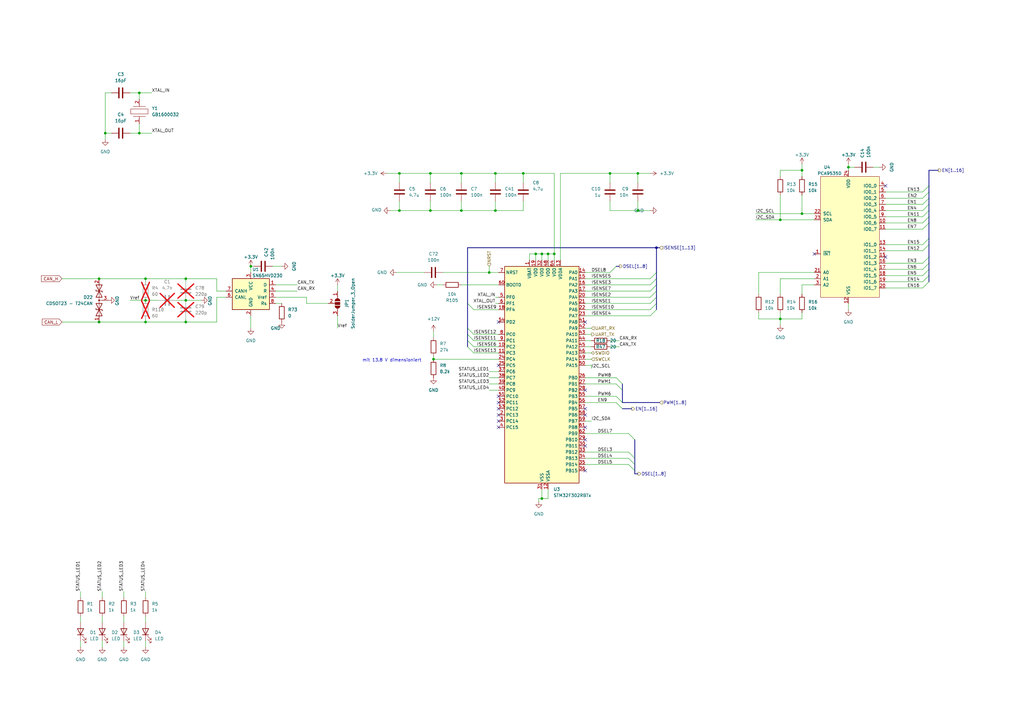
<source format=kicad_sch>
(kicad_sch (version 20231120) (generator "eeschema") (generator_version "8.0")
  (paper "A3")
  (title_block (title "PDU FT24") (company "Nived Jayaprakash Nambiar ") (comment 1 "FasTTUBe Electronics"))
  (lib_symbols
    (symbol "Device:C" (pin_numbers hide) (pin_names (offset 0.254))
      (property "Reference" "C" (at 0.635 2.54 0))
      (property "Value" "C" (at 0.635 -2.54 0))
      (symbol "C_0_1"
        (polyline (pts (xy -2.032 -0.762) (xy 2.032 -0.762)) (stroke (width 0.508)))
        (polyline (pts (xy -2.032 0.762) (xy 2.032 0.762)) (stroke (width 0.508)))
      )
      (symbol "C_1_1"
        (pin passive line (at 0 3.81 270) (length 2.794) (name "~") (number "1"))
        (pin passive line (at 0 -3.81 90) (length 2.794) (name "~") (number "2"))
      )
    )
    (symbol "Device:D_TVS_Dual_AAC" (pin_names (offset 1.016) hide)
      (property "Reference" "D" (at 0 4.445 0))
      (property "Value" "D_TVS_Dual_AAC" (at 0 2.54 0))
      (symbol "D_TVS_Dual_AAC_0_0"
        (polyline (pts (xy 0 -1.27) (xy 0 0)))
      )
      (symbol "D_TVS_Dual_AAC_0_1"
        (polyline (pts (xy -6.35 0) (xy 6.35 0)))
        (polyline (pts (xy -3.302 1.27) (xy -3.81 1.27) (xy -3.81 -1.27) (xy -4.318 -1.27)) (stroke (width 0.254)))
        (polyline (pts (xy 4.318 1.27) (xy 3.81 1.27) (xy 3.81 -1.27) (xy 3.302 -1.27)) (stroke (width 0.254)))
        (polyline (pts (xy -6.35 1.27) (xy -1.27 -1.27) (xy -1.27 1.27) (xy -6.35 -1.27) (xy -6.35 1.27)) (stroke (width 0.254)))
        (polyline (pts (xy 6.35 1.27) (xy 1.27 -1.27) (xy 1.27 1.27) (xy 6.35 -1.27) (xy 6.35 1.27)) (stroke (width 0.254)))
        (circle (center 0 0) (radius 0.254) (fill (type outline)))
      )
      (symbol "D_TVS_Dual_AAC_1_1"
        (pin passive line (at -8.89 0 0) (length 2.54) (name "A1") (number "1"))
        (pin passive line (at 8.89 0 180) (length 2.54) (name "A2") (number "2"))
        (pin input line (at 0 -3.81 90) (length 2.54) (name "common") (number "3"))
      )
    )
    (symbol "Device:LED" (pin_numbers hide) (pin_names (offset 1.016) hide)
      (property "Reference" "D" (at 0 2.54 0))
      (property "Value" "LED" (at 0 -2.54 0))
      (symbol "LED_0_1"
        (polyline (pts (xy -1.27 -1.27) (xy -1.27 1.27)) (stroke (width 0.254)))
        (polyline (pts (xy -1.27 0) (xy 1.27 0)))
        (polyline (pts (xy 1.27 -1.27) (xy 1.27 1.27) (xy -1.27 0) (xy 1.27 -1.27)) (stroke (width 0.254)))
        (polyline (pts (xy -3.048 -0.762) (xy -4.572 -2.286) (xy -3.81 -2.286) (xy -4.572 -2.286) (xy -4.572 -1.524)))
        (polyline (pts (xy -1.778 -0.762) (xy -3.302 -2.286) (xy -2.54 -2.286) (xy -3.302 -2.286) (xy -3.302 -1.524)))
      )
      (symbol "LED_1_1"
        (pin passive line (at -3.81 0 0) (length 2.54) (name "K") (number "1"))
        (pin passive line (at 3.81 0 180) (length 2.54) (name "A") (number "2"))
      )
    )
    (symbol "Device:R" (pin_numbers hide) (pin_names (offset 0))
      (property "Reference" "R" (at 2.032 0 90))
      (property "Value" "R" (at 0 0 90))
      (symbol "R_0_1"
        (rectangle (start -1.016 -2.54) (end 1.016 2.54) (stroke (width 0.254)))
      )
      (symbol "R_1_1"
        (pin passive line (at 0 3.81 270) (length 1.27) (name "~") (number "1"))
        (pin passive line (at 0 -3.81 90) (length 1.27) (name "~") (number "2"))
      )
    )
    (symbol "GB1600032:GB1600032" (pin_names (offset 0.762))
      (property "Reference" "Y" (at 8.89 6.35 0))
      (property "Value" "GB1600032" (at 8.89 3.81 0))
      (symbol "GB1600032_0_0"
        (pin passive line (at 0 0 0) (length 2.54) (name "~") (number "1"))
        (pin passive line (at 10.16 0 180) (length 2.54) (name "~") (number "2"))
      )
      (symbol "GB1600032_0_1"
        (polyline (pts (xy 3.048 0) (xy 2.54 0)) (stroke (width 0.1524)))
        (polyline (pts (xy 3.048 2.54) (xy 3.048 -2.54)) (stroke (width 0.1524)))
        (polyline (pts (xy 7.112 0) (xy 7.62 0)) (stroke (width 0.1524)))
        (polyline (pts (xy 7.112 2.54) (xy 7.112 -2.54)) (stroke (width 0.1524)))
        (polyline (pts (xy 4.064 3.556) (xy 4.064 -3.556) (xy 6.096 -3.556) (xy 6.096 3.556) (xy 4.064 3.556)) (stroke (width 0.1524)))
      )
    )
    (symbol "Interface_CAN_LIN:SN65HVD230" (pin_names (offset 1.016))
      (property "Reference" "U1" (at -0.5841 8.89 0))
      (property "Value" "SN65HVD230" (at -0.5841 6.35 0))
      (symbol "SN65HVD230_0_1"
        (rectangle (start -7.62 5.08) (end 7.62 -7.62) (stroke (width 0.254)) (fill (type background)))
      )
      (symbol "SN65HVD230_1_1"
        (pin input line (at -10.16 2.54 0) (length 2.54) (name "D") (number "1"))
        (pin power_out line (at 0 -10.16 90) (length 2.54) (name "GND") (number "2"))
        (pin power_in line (at 0 7.62 270) (length 2.54) (name "VCC") (number "3"))
        (pin output line (at -10.16 0 0) (length 2.54) (name "R") (number "4"))
        (pin output line (at -10.16 -2.54 0) (length 2.54) (name "Vref") (number "5"))
        (pin bidirectional line (at 10.16 -2.54 180) (length 2.54) (name "CANL") (number "6"))
        (pin bidirectional line (at 10.16 0 180) (length 2.54) (name "CANH") (number "7"))
        (pin input line (at -10.16 -5.08 0) (length 2.54) (name "Rs") (number "8"))
      )
    )
    (symbol "Jumper:SolderJumper_3_Open" (pin_names (offset 0) hide)
      (property "Reference" "JP" (at -2.54 -2.54 0))
      (property "Value" "SolderJumper_3_Open" (at 0 2.794 0))
      (symbol "SolderJumper_3_Open_0_1"
        (arc (start -1.016 1.016) (mid -2.0276 0) (end -1.016 -1.016))
        (arc (start -1.016 1.016) (mid -2.0276 0) (end -1.016 -1.016) (fill (type outline)))
        (rectangle (start -0.508 1.016) (end 0.508 -1.016) (fill (type outline)))
        (polyline (pts (xy -2.54 0) (xy -2.032 0)))
        (polyline (pts (xy -1.016 1.016) (xy -1.016 -1.016)))
        (polyline (pts (xy 0 -1.27) (xy 0 -1.016)))
        (polyline (pts (xy 1.016 1.016) (xy 1.016 -1.016)))
        (polyline (pts (xy 2.54 0) (xy 2.032 0)))
        (arc (start 1.016 -1.016) (mid 2.0276 0) (end 1.016 1.016))
        (arc (start 1.016 -1.016) (mid 2.0276 0) (end 1.016 1.016) (fill (type outline)))
      )
      (symbol "SolderJumper_3_Open_1_1"
        (pin passive line (at -5.08 0 0) (length 2.54) (name "A") (number "1"))
        (pin passive line (at 0 -3.81 90) (length 2.54) (name "C") (number "2"))
        (pin passive line (at 5.08 0 180) (length 2.54) (name "B") (number "3"))
      )
    )
    (symbol "MCU_ST_STM32F3:STM32F302RBTx"
      (property "Reference" "U3" (at 4.7341 -45.72 0))
      (property "Value" "STM32F302RBTx" (at 4.7341 -48.26 0))
      (symbol "STM32F302RBTx_0_1"
        (rectangle (start -15.24 45.72) (end 15.24 -43.18) (stroke (width 0.254)) (fill (type background)))
      )
      (symbol "STM32F302RBTx_1_1"
        (pin power_in line (at -5.08 48.26 270) (length 2.54) (name "VBAT") (number "1"))
        (pin bidirectional line (at -17.78 12.7 0) (length 2.54) (name "PC2") (number "10"))
        (pin bidirectional line (at -17.78 10.16 0) (length 2.54) (name "PC3") (number "11"))
        (pin power_in line (at 2.54 -45.72 90) (length 2.54) (name "VSSA") (number "12"))
        (pin power_in line (at 7.62 48.26 270) (length 2.54) (name "VDDA") (number "13"))
        (pin bidirectional line (at 17.78 43.18 180) (length 2.54) (name "PA0") (number "14"))
        (pin bidirectional line (at 17.78 40.64 180) (length 2.54) (name "PA1") (number "15"))
        (pin bidirectional line (at 17.78 38.1 180) (length 2.54) (name "PA2") (number "16"))
        (pin bidirectional line (at 17.78 35.56 180) (length 2.54) (name "PA3") (number "17"))
        (pin bidirectional line (at -17.78 27.94 0) (length 2.54) (name "PF4") (number "18"))
        (pin power_in line (at -2.54 48.26 270) (length 2.54) (name "VDD") (number "19"))
        (pin bidirectional line (at -17.78 -15.24 0) (length 2.54) (name "PC13") (number "2"))
        (pin bidirectional line (at 17.78 33.02 180) (length 2.54) (name "PA4") (number "20"))
        (pin bidirectional line (at 17.78 30.48 180) (length 2.54) (name "PA5") (number "21"))
        (pin bidirectional line (at 17.78 27.94 180) (length 2.54) (name "PA6") (number "22"))
        (pin bidirectional line (at 17.78 25.4 180) (length 2.54) (name "PA7") (number "23"))
        (pin bidirectional line (at -17.78 7.62 0) (length 2.54) (name "PC4") (number "24"))
        (pin bidirectional line (at -17.78 5.08 0) (length 2.54) (name "PC5") (number "25"))
        (pin bidirectional line (at 17.78 0 180) (length 2.54) (name "PB0") (number "26"))
        (pin bidirectional line (at 17.78 -2.54 180) (length 2.54) (name "PB1") (number "27"))
        (pin bidirectional line (at 17.78 -5.08 180) (length 2.54) (name "PB2") (number "28"))
        (pin bidirectional line (at 17.78 -25.4 180) (length 2.54) (name "PB10") (number "29"))
        (pin bidirectional line (at -17.78 -17.78 0) (length 2.54) (name "PC14") (number "3"))
        (pin bidirectional line (at 17.78 -27.94 180) (length 2.54) (name "PB11") (number "30"))
        (pin input line (at 0 -45.72 90) (length 2.54) (name "VSS") (number "31"))
        (pin power_in line (at 0 48.26 270) (length 2.54) (name "VDD") (number "32"))
        (pin bidirectional line (at 17.78 -30.48 180) (length 2.54) (name "PB12") (number "33"))
        (pin bidirectional line (at 17.78 -33.02 180) (length 2.54) (name "PB13") (number "34"))
        (pin bidirectional line (at 17.78 -35.56 180) (length 2.54) (name "PB14") (number "35"))
        (pin bidirectional line (at 17.78 -38.1 180) (length 2.54) (name "PB15") (number "36"))
        (pin bidirectional line (at -17.78 2.54 0) (length 2.54) (name "PC6") (number "37"))
        (pin bidirectional line (at -17.78 0 0) (length 2.54) (name "PC7") (number "38"))
        (pin bidirectional line (at -17.78 -2.54 0) (length 2.54) (name "PC8") (number "39"))
        (pin bidirectional line (at -17.78 -20.32 0) (length 2.54) (name "PC15") (number "4"))
        (pin bidirectional line (at -17.78 -5.08 0) (length 2.54) (name "PC9") (number "40"))
        (pin bidirectional line (at 17.78 22.86 180) (length 2.54) (name "PA8") (number "41"))
        (pin bidirectional line (at 17.78 20.32 180) (length 2.54) (name "PA9") (number "42"))
        (pin bidirectional line (at 17.78 17.78 180) (length 2.54) (name "PA10") (number "43"))
        (pin bidirectional line (at 17.78 15.24 180) (length 2.54) (name "PA11") (number "44"))
        (pin bidirectional line (at 17.78 12.7 180) (length 2.54) (name "PA12") (number "45"))
        (pin bidirectional line (at 17.78 10.16 180) (length 2.54) (name "PA13") (number "46"))
        (pin passive line (at 0 -45.72 90) (length 2.54) hide (name "VSS") (number "47"))
        (pin power_in line (at 2.54 48.26 270) (length 2.54) (name "VDD") (number "48"))
        (pin bidirectional line (at 17.78 7.62 180) (length 2.54) (name "PA14") (number "49"))
        (pin bidirectional line (at -17.78 33.02 0) (length 2.54) (name "PF0") (number "5"))
        (pin bidirectional line (at 17.78 5.08 180) (length 2.54) (name "PA15") (number "50"))
        (pin bidirectional line (at -17.78 -7.62 0) (length 2.54) (name "PC10") (number "51"))
        (pin bidirectional line (at -17.78 -10.16 0) (length 2.54) (name "PC11") (number "52"))
        (pin bidirectional line (at -17.78 -12.7 0) (length 2.54) (name "PC12") (number "53"))
        (pin bidirectional line (at -17.78 22.86 0) (length 2.54) (name "PD2") (number "54"))
        (pin bidirectional line (at 17.78 -7.62 180) (length 2.54) (name "PB3") (number "55"))
        (pin bidirectional line (at 17.78 -10.16 180) (length 2.54) (name "PB4") (number "56"))
        (pin bidirectional line (at 17.78 -12.7 180) (length 2.54) (name "PB5") (number "57"))
        (pin bidirectional line (at 17.78 -15.24 180) (length 2.54) (name "PB6") (number "58"))
        (pin bidirectional line (at 17.78 -17.78 180) (length 2.54) (name "PB7") (number "59"))
        (pin bidirectional line (at -17.78 30.48 0) (length 2.54) (name "PF1") (number "6"))
        (pin input line (at -17.78 38.1 0) (length 2.54) (name "BOOT0") (number "60"))
        (pin bidirectional line (at 17.78 -20.32 180) (length 2.54) (name "PB8") (number "61"))
        (pin bidirectional line (at 17.78 -22.86 180) (length 2.54) (name "PB9") (number "62"))
        (pin passive line (at 0 -45.72 90) (length 2.54) hide (name "VSS") (number "63"))
        (pin power_in line (at 5.08 48.26 270) (length 2.54) (name "VDD") (number "64"))
        (pin input line (at -17.78 43.18 0) (length 2.54) (name "NRST") (number "7"))
        (pin bidirectional line (at -17.78 17.78 0) (length 2.54) (name "PC0") (number "8"))
        (pin bidirectional line (at -17.78 15.24 0) (length 2.54) (name "PC1") (number "9"))
      )
    )
    (symbol "PCA9539:PCA9535D" (pin_names (offset 1.016))
      (property "Reference" "U4" (at -10.16 27.94 0))
      (property "Value" "PCA9535D" (at -12.7 25.4 0))
      (symbol "PCA9535D_0_1"
        (rectangle (start 12.7 24.13) (end -11.43 -25.4) (fill (type background)))
      )
      (symbol "PCA9535D_1_1"
        (pin open_collector line (at -13.97 -7.62 0) (length 2.54) (name "~{INT}") (number "1"))
        (pin bidirectional line (at 15.24 5.08 180) (length 2.54) (name "IO0_6") (number "10"))
        (pin bidirectional line (at 15.24 2.54 180) (length 2.54) (name "IO0_7") (number "11"))
        (pin input line (at 0 -27.94 90) (length 2.54) (name "VSS") (number "12"))
        (pin bidirectional line (at 15.24 -3.81 180) (length 2.54) (name "IO1_0") (number "13"))
        (pin bidirectional line (at 15.24 -6.35 180) (length 2.54) (name "IO1_1") (number "14"))
        (pin bidirectional line (at 15.24 -8.89 180) (length 2.54) (name "IO1_2") (number "15"))
        (pin bidirectional line (at 15.24 -11.43 180) (length 2.54) (name "IO1_3") (number "16"))
        (pin bidirectional line (at 15.24 -13.97 180) (length 2.54) (name "IO1_4") (number "17"))
        (pin bidirectional line (at 15.24 -16.51 180) (length 2.54) (name "IO1_5") (number "18"))
        (pin bidirectional line (at 15.24 -19.05 180) (length 2.54) (name "IO1_6") (number "19"))
        (pin input line (at -13.97 -17.78 0) (length 2.54) (name "A1") (number "2"))
        (pin bidirectional line (at 15.24 -21.59 180) (length 2.54) (name "IO1_7") (number "20"))
        (pin input line (at -13.97 -15.24 0) (length 2.54) (name "A0") (number "21"))
        (pin input line (at -13.97 8.89 0) (length 2.54) (name "SCL") (number "22"))
        (pin bidirectional line (at -13.97 6.35 0) (length 2.54) (name "SDA") (number "23"))
        (pin power_in line (at 0 26.67 270) (length 2.54) (name "VDD") (number "24"))
        (pin input line (at -13.97 -20.32 0) (length 2.54) (name "A2") (number "3"))
        (pin bidirectional line (at 15.24 20.32 180) (length 2.54) (name "IO0_0") (number "4"))
        (pin bidirectional line (at 15.24 17.78 180) (length 2.54) (name "IO0_1") (number "5"))
        (pin bidirectional line (at 15.24 15.24 180) (length 2.54) (name "IO0_2") (number "6"))
        (pin bidirectional line (at 15.24 12.7 180) (length 2.54) (name "IO0_3") (number "7"))
        (pin bidirectional line (at 15.24 10.16 180) (length 2.54) (name "IO0_4") (number "8"))
        (pin bidirectional line (at 15.24 7.62 180) (length 2.54) (name "IO0_5") (number "9"))
      )
    )
    (symbol "power:+12V" (power) (pin_names (offset 0))
      (property "Value" "+12V" (at 0 3.556 0))
      (symbol "+12V_0_1"
        (polyline (pts (xy -0.762 1.27) (xy 0 2.54)))
        (polyline (pts (xy 0 0) (xy 0 2.54)))
        (polyline (pts (xy 0 2.54) (xy 0.762 1.27)))
      )
      (symbol "+12V_1_1"
        (pin power_in line (at 0 0 90) (length 0) hide (name "+12V") (number "1"))
      )
    )
    (symbol "power:+3.3V" (power) (pin_names (offset 0))
      (property "Value" "+3.3V" (at 0 3.556 0))
      (symbol "+3.3V_0_1"
        (polyline (pts (xy -0.762 1.27) (xy 0 2.54)))
        (polyline (pts (xy 0 0) (xy 0 2.54)))
        (polyline (pts (xy 0 2.54) (xy 0.762 1.27)))
      )
      (symbol "+3.3V_1_1"
        (pin power_in line (at 0 0 90) (length 0) hide (name "+3.3V") (number "1"))
      )
    )
    (symbol "power:GND" (power) (pin_names (offset 0))
      (property "Value" "GND" (at 0 -3.81 0))
      (symbol "GND_0_1"
        (polyline (pts (xy 0 0) (xy 0 -1.27) (xy 1.27 -1.27) (xy 0 -2.54) (xy -1.27 -1.27) (xy 0 -1.27)))
      )
      (symbol "GND_1_1"
        (pin power_in line (at 0 0 270) (length 0) hide (name "GND") (number "1"))
      )
    )
  )
  (junction (at 57.15 38.1))
  (junction (at 163.83 71.12))
  (junction (at 40.64 114.3))
  (junction (at 76.2 114.3))
  (junction (at 76.2 132.08))
  (junction (at 269.24 101.6))
  (junction (at 347.98 68.58))
  (junction (at 59.69 123.19))
  (junction (at 320.04 90.17))
  (junction (at 222.25 204.47))
  (junction (at 224.79 104.14))
  (junction (at 261.62 86.36))
  (junction (at 189.23 71.12))
  (junction (at 163.83 86.36))
  (junction (at 250.19 71.12))
  (junction (at 176.53 71.12))
  (junction (at 57.15 54.61))
  (junction (at 328.93 87.63))
  (junction (at 227.33 104.14))
  (junction (at 59.69 114.3))
  (junction (at 219.71 104.14))
  (junction (at 189.23 86.36))
  (junction (at 43.18 54.61))
  (junction (at 177.8 147.32))
  (junction (at 200.66 111.76))
  (junction (at 320.04 130.81))
  (junction (at 214.63 71.12))
  (junction (at 176.53 86.36))
  (junction (at 102.87 109.22))
  (junction (at 59.69 132.08))
  (junction (at 328.93 69.85))
  (junction (at 40.64 132.08))
  (junction (at 76.2 123.19))
  (junction (at 261.62 71.12))
  (junction (at 222.25 104.14))
  (junction (at 203.2 86.36))
  (junction (at 203.2 71.12))
  (no_connect (at 240.03 132.08))
  (no_connect (at 240.03 167.64))
  (no_connect (at 240.03 160.02))
  (no_connect (at 240.03 180.34))
  (no_connect (at 204.47 167.64))
  (no_connect (at 204.47 162.56))
  (no_connect (at 204.47 132.08))
  (no_connect (at 240.03 170.18))
  (no_connect (at 363.22 76.2))
  (no_connect (at 204.47 149.86))
  (no_connect (at 240.03 175.26))
  (no_connect (at 204.47 172.72))
  (no_connect (at 240.03 193.04))
  (no_connect (at 204.47 175.26))
  (no_connect (at 240.03 182.88))
  (no_connect (at 363.22 105.41))
  (no_connect (at 204.47 165.1))
  (no_connect (at 204.47 170.18))
  (no_connect (at 334.01 104.14))
  (bus_entry (at 378.46 118.11) (size 2.54 -2.54))
  (bus_entry (at 257.81 177.8) (size 2.54 2.54))
  (bus_entry (at 252.73 165.1) (size 2.54 2.54))
  (bus_entry (at 266.7 116.84) (size 2.54 -2.54))
  (bus_entry (at 378.46 83.82) (size 2.54 -2.54))
  (bus_entry (at 194.31 137.16) (size -2.54 -2.54))
  (bus_entry (at 378.46 93.98) (size 2.54 -2.54))
  (bus_entry (at 378.46 91.44) (size 2.54 -2.54))
  (bus_entry (at 378.46 81.28) (size 2.54 -2.54))
  (bus_entry (at 266.7 124.46) (size 2.54 -2.54))
  (bus_entry (at 378.46 115.57) (size 2.54 -2.54))
  (bus_entry (at 252.73 162.56) (size 2.54 2.54))
  (bus_entry (at 266.7 114.3) (size 2.54 -2.54))
  (bus_entry (at 266.7 129.54) (size 2.54 -2.54))
  (bus_entry (at 266.7 119.38) (size 2.54 -2.54))
  (bus_entry (at 194.31 127) (size -2.54 -2.54))
  (bus_entry (at 378.46 78.74) (size 2.54 -2.54))
  (bus_entry (at 252.73 154.94) (size 2.54 2.54))
  (bus_entry (at 194.31 142.24) (size -2.54 -2.54))
  (bus_entry (at 378.46 110.49) (size 2.54 -2.54))
  (bus_entry (at 194.31 139.7) (size -2.54 -2.54))
  (bus_entry (at 257.81 185.42) (size 2.54 2.54))
  (bus_entry (at 194.31 144.78) (size -2.54 -2.54))
  (bus_entry (at 252.73 157.48) (size 2.54 2.54))
  (bus_entry (at 257.81 187.96) (size 2.54 2.54))
  (bus_entry (at 378.46 88.9) (size 2.54 -2.54))
  (bus_entry (at 378.46 86.36) (size 2.54 -2.54))
  (bus_entry (at 266.7 121.92) (size 2.54 -2.54))
  (bus_entry (at 378.46 100.33) (size 2.54 -2.54))
  (bus_entry (at 378.46 102.87) (size 2.54 -2.54))
  (bus_entry (at 378.46 107.95) (size 2.54 -2.54))
  (bus_entry (at 266.7 127) (size 2.54 -2.54))
  (bus_entry (at 250.19 111.76) (size 2.54 -2.54))
  (bus_entry (at 378.46 113.03) (size 2.54 -2.54))
  (bus_entry (at 257.81 190.5) (size 2.54 2.54))
  (wire (pts (xy 203.2 86.36) (xy 214.63 86.36)))
  (bus (pts (xy 191.77 124.46) (xy 191.77 134.62)))
  (wire (pts (xy 102.87 109.22) (xy 104.14 109.22)))
  (wire (pts (xy 92.71 119.38) (xy 88.9 119.38)))
  (wire (pts (xy 222.25 106.68) (xy 222.25 104.14)))
  (wire (pts (xy 53.34 123.19) (xy 59.69 123.19)))
  (wire (pts (xy 189.23 86.36) (xy 203.2 86.36)))
  (wire (pts (xy 113.03 119.38) (xy 121.92 119.38)))
  (wire (pts (xy 347.98 124.46) (xy 347.98 127)))
  (wire (pts (xy 177.8 147.32) (xy 204.47 147.32)))
  (wire (pts (xy 250.19 142.24) (xy 254 142.24)))
  (wire (pts (xy 217.17 104.14) (xy 219.71 104.14)))
  (wire (pts (xy 50.8 242.57) (xy 50.8 245.11)))
  (wire (pts (xy 53.34 38.1) (xy 57.15 38.1)))
  (wire (pts (xy 59.69 114.3) (xy 59.69 115.57)))
  (wire (pts (xy 358.14 68.58) (xy 360.68 68.58)))
  (wire (pts (xy 125.73 124.46) (xy 125.73 121.92)))
  (wire (pts (xy 163.83 86.36) (xy 176.53 86.36)))
  (wire (pts (xy 59.69 130.81) (xy 59.69 132.08)))
  (wire (pts (xy 176.53 71.12) (xy 189.23 71.12)))
  (wire (pts (xy 40.64 114.3) (xy 59.69 114.3)))
  (wire (pts (xy 320.04 130.81) (xy 320.04 128.27)))
  (wire (pts (xy 334.01 114.3) (xy 320.04 114.3)))
  (wire (pts (xy 113.03 124.46) (xy 115.57 124.46)))
  (wire (pts (xy 240.03 127) (xy 266.7 127)))
  (wire (pts (xy 57.15 40.64) (xy 57.15 38.1)))
  (bus (pts (xy 260.35 194.31) (xy 260.35 193.04)))
  (wire (pts (xy 240.03 134.62) (xy 242.57 134.62)))
  (wire (pts (xy 363.22 107.95) (xy 378.46 107.95)))
  (wire (pts (xy 328.93 67.31) (xy 328.93 69.85)))
  (wire (pts (xy 311.15 130.81) (xy 320.04 130.81)))
  (wire (pts (xy 33.02 262.89) (xy 33.02 265.43)))
  (wire (pts (xy 59.69 132.08) (xy 76.2 132.08)))
  (wire (pts (xy 240.03 187.96) (xy 257.81 187.96)))
  (bus (pts (xy 269.24 111.76) (xy 269.24 114.3)))
  (wire (pts (xy 347.98 68.58) (xy 350.52 68.58)))
  (wire (pts (xy 363.22 100.33) (xy 378.46 100.33)))
  (bus (pts (xy 269.24 116.84) (xy 269.24 119.38)))
  (wire (pts (xy 59.69 252.73) (xy 59.69 255.27)))
  (wire (pts (xy 25.4 132.08) (xy 40.64 132.08)))
  (wire (pts (xy 50.8 262.89) (xy 50.8 265.43)))
  (wire (pts (xy 363.22 91.44) (xy 378.46 91.44)))
  (wire (pts (xy 76.2 130.81) (xy 76.2 132.08)))
  (wire (pts (xy 328.93 128.27) (xy 328.93 130.81)))
  (wire (pts (xy 220.98 204.47) (xy 220.98 205.74)))
  (bus (pts (xy 260.35 190.5) (xy 260.35 193.04)))
  (wire (pts (xy 363.22 93.98) (xy 378.46 93.98)))
  (wire (pts (xy 328.93 116.84) (xy 328.93 120.65)))
  (wire (pts (xy 189.23 86.36) (xy 176.53 86.36)))
  (wire (pts (xy 40.64 132.08) (xy 59.69 132.08)))
  (wire (pts (xy 240.03 114.3) (xy 266.7 114.3)))
  (wire (pts (xy 41.91 252.73) (xy 41.91 255.27)))
  (wire (pts (xy 177.8 138.43) (xy 177.8 135.89)))
  (bus (pts (xy 191.77 137.16) (xy 191.77 139.7)))
  (wire (pts (xy 363.22 81.28) (xy 378.46 81.28)))
  (bus (pts (xy 269.24 101.6) (xy 269.24 111.76)))
  (wire (pts (xy 194.31 142.24) (xy 204.47 142.24)))
  (wire (pts (xy 266.7 86.36) (xy 261.62 86.36)))
  (wire (pts (xy 160.02 86.36) (xy 163.83 86.36)))
  (wire (pts (xy 240.03 185.42) (xy 257.81 185.42)))
  (wire (pts (xy 204.47 160.02) (xy 200.66 160.02)))
  (wire (pts (xy 229.87 71.12) (xy 250.19 71.12)))
  (wire (pts (xy 227.33 104.14) (xy 227.33 71.12)))
  (bus (pts (xy 381 69.85) (xy 381 76.2)))
  (bus (pts (xy 260.35 180.34) (xy 260.35 187.96)))
  (wire (pts (xy 92.71 121.92) (xy 88.9 121.92)))
  (wire (pts (xy 25.4 114.3) (xy 40.64 114.3)))
  (bus (pts (xy 269.24 119.38) (xy 269.24 121.92)))
  (wire (pts (xy 203.2 71.12) (xy 214.63 71.12)))
  (wire (pts (xy 328.93 80.01) (xy 328.93 87.63)))
  (bus (pts (xy 381 110.49) (xy 381 113.03)))
  (wire (pts (xy 240.03 154.94) (xy 252.73 154.94)))
  (wire (pts (xy 115.57 109.22) (xy 111.76 109.22)))
  (wire (pts (xy 240.03 149.86) (xy 242.57 149.86)))
  (wire (pts (xy 224.79 106.68) (xy 224.79 104.14)))
  (wire (pts (xy 189.23 82.55) (xy 189.23 86.36)))
  (bus (pts (xy 191.77 124.46) (xy 191.77 101.6)))
  (wire (pts (xy 59.69 123.19) (xy 64.77 123.19)))
  (wire (pts (xy 204.47 154.94) (xy 200.66 154.94)))
  (wire (pts (xy 363.22 115.57) (xy 378.46 115.57)))
  (bus (pts (xy 261.62 194.31) (xy 260.35 194.31)))
  (bus (pts (xy 381 100.33) (xy 381 105.41)))
  (wire (pts (xy 240.03 116.84) (xy 266.7 116.84)))
  (wire (pts (xy 240.03 137.16) (xy 242.57 137.16)))
  (wire (pts (xy 189.23 116.84) (xy 204.47 116.84)))
  (wire (pts (xy 320.04 72.39) (xy 320.04 69.85)))
  (wire (pts (xy 177.8 146.05) (xy 177.8 147.32)))
  (wire (pts (xy 320.04 130.81) (xy 320.04 133.35)))
  (bus (pts (xy 254 109.22) (xy 252.73 109.22)))
  (wire (pts (xy 214.63 74.93) (xy 214.63 71.12)))
  (bus (pts (xy 381 105.41) (xy 381 107.95)))
  (wire (pts (xy 163.83 71.12) (xy 176.53 71.12)))
  (wire (pts (xy 309.88 87.63) (xy 328.93 87.63)))
  (wire (pts (xy 320.04 114.3) (xy 320.04 120.65)))
  (wire (pts (xy 59.69 262.89) (xy 59.69 265.43)))
  (wire (pts (xy 222.25 204.47) (xy 220.98 204.47)))
  (bus (pts (xy 381 78.74) (xy 381 81.28)))
  (bus (pts (xy 255.27 165.1) (xy 270.51 165.1)))
  (bus (pts (xy 269.24 121.92) (xy 269.24 124.46)))
  (wire (pts (xy 242.57 139.7) (xy 240.03 139.7)))
  (wire (pts (xy 43.18 54.61) (xy 45.72 54.61)))
  (wire (pts (xy 189.23 71.12) (xy 203.2 71.12)))
  (wire (pts (xy 204.47 157.48) (xy 200.66 157.48)))
  (wire (pts (xy 320.04 69.85) (xy 328.93 69.85)))
  (wire (pts (xy 200.66 109.22) (xy 200.66 111.76)))
  (wire (pts (xy 57.15 54.61) (xy 62.23 54.61)))
  (wire (pts (xy 363.22 86.36) (xy 378.46 86.36)))
  (wire (pts (xy 57.15 38.1) (xy 62.23 38.1)))
  (wire (pts (xy 311.15 111.76) (xy 311.15 120.65)))
  (wire (pts (xy 363.22 102.87) (xy 378.46 102.87)))
  (wire (pts (xy 363.22 78.74) (xy 378.46 78.74)))
  (bus (pts (xy 191.77 134.62) (xy 191.77 137.16)))
  (wire (pts (xy 224.79 204.47) (xy 222.25 204.47)))
  (bus (pts (xy 381 91.44) (xy 381 97.79)))
  (wire (pts (xy 138.43 129.54) (xy 138.43 134.62)))
  (wire (pts (xy 328.93 130.81) (xy 320.04 130.81)))
  (wire (pts (xy 242.57 142.24) (xy 240.03 142.24)))
  (wire (pts (xy 176.53 86.36) (xy 176.53 82.55)))
  (bus (pts (xy 255.27 160.02) (xy 255.27 165.1)))
  (wire (pts (xy 242.57 144.78) (xy 240.03 144.78)))
  (wire (pts (xy 33.02 252.73) (xy 33.02 255.27)))
  (wire (pts (xy 204.47 152.4) (xy 200.66 152.4)))
  (wire (pts (xy 203.2 121.92) (xy 204.47 121.92)))
  (wire (pts (xy 222.25 200.66) (xy 222.25 204.47)))
  (wire (pts (xy 125.73 121.92) (xy 113.03 121.92)))
  (wire (pts (xy 203.2 71.12) (xy 203.2 74.93)))
  (wire (pts (xy 240.03 177.8) (xy 257.81 177.8)))
  (wire (pts (xy 222.25 104.14) (xy 224.79 104.14)))
  (wire (pts (xy 320.04 90.17) (xy 320.04 80.01)))
  (wire (pts (xy 311.15 128.27) (xy 311.15 130.81)))
  (wire (pts (xy 204.47 111.76) (xy 200.66 111.76)))
  (bus (pts (xy 381 115.57) (xy 381 113.03)))
  (wire (pts (xy 41.91 242.57) (xy 41.91 245.11)))
  (wire (pts (xy 173.99 111.76) (xy 162.56 111.76)))
  (wire (pts (xy 240.03 162.56) (xy 252.73 162.56)))
  (bus (pts (xy 191.77 101.6) (xy 269.24 101.6)))
  (wire (pts (xy 181.61 116.84) (xy 179.07 116.84)))
  (wire (pts (xy 163.83 74.93) (xy 163.83 71.12)))
  (wire (pts (xy 250.19 71.12) (xy 250.19 74.93)))
  (wire (pts (xy 219.71 106.68) (xy 219.71 104.14)))
  (wire (pts (xy 347.98 67.31) (xy 347.98 68.58)))
  (wire (pts (xy 250.19 82.55) (xy 250.19 86.36)))
  (wire (pts (xy 224.79 200.66) (xy 224.79 204.47)))
  (bus (pts (xy 269.24 101.6) (xy 270.51 101.6)))
  (wire (pts (xy 240.03 190.5) (xy 257.81 190.5)))
  (wire (pts (xy 57.15 50.8) (xy 57.15 54.61)))
  (wire (pts (xy 250.19 86.36) (xy 261.62 86.36)))
  (wire (pts (xy 240.03 119.38) (xy 266.7 119.38)))
  (wire (pts (xy 261.62 82.55) (xy 261.62 86.36)))
  (wire (pts (xy 229.87 71.12) (xy 229.87 106.68)))
  (wire (pts (xy 189.23 71.12) (xy 189.23 74.93)))
  (wire (pts (xy 176.53 71.12) (xy 176.53 74.93)))
  (bus (pts (xy 381 69.85) (xy 384.81 69.85)))
  (bus (pts (xy 381 107.95) (xy 381 110.49)))
  (bus (pts (xy 191.77 139.7) (xy 191.77 142.24)))
  (wire (pts (xy 88.9 119.38) (xy 88.9 114.3)))
  (wire (pts (xy 43.18 57.15) (xy 43.18 54.61)))
  (wire (pts (xy 33.02 242.57) (xy 33.02 245.11)))
  (wire (pts (xy 194.31 144.78) (xy 204.47 144.78)))
  (wire (pts (xy 43.18 38.1) (xy 45.72 38.1)))
  (bus (pts (xy 381 86.36) (xy 381 88.9)))
  (wire (pts (xy 158.75 71.12) (xy 163.83 71.12)))
  (wire (pts (xy 224.79 104.14) (xy 227.33 104.14)))
  (wire (pts (xy 363.22 113.03) (xy 378.46 113.03)))
  (wire (pts (xy 102.87 109.22) (xy 102.87 111.76)))
  (bus (pts (xy 381 81.28) (xy 381 83.82)))
  (wire (pts (xy 363.22 88.9) (xy 378.46 88.9)))
  (wire (pts (xy 203.2 82.55) (xy 203.2 86.36)))
  (wire (pts (xy 309.88 90.17) (xy 320.04 90.17)))
  (wire (pts (xy 53.34 54.61) (xy 57.15 54.61)))
  (wire (pts (xy 363.22 110.49) (xy 378.46 110.49)))
  (wire (pts (xy 242.57 147.32) (xy 240.03 147.32)))
  (wire (pts (xy 334.01 111.76) (xy 311.15 111.76)))
  (bus (pts (xy 381 97.79) (xy 381 100.33)))
  (bus (pts (xy 381 83.82) (xy 381 86.36)))
  (bus (pts (xy 381 88.9) (xy 381 91.44)))
  (wire (pts (xy 76.2 132.08) (xy 88.9 132.08)))
  (bus (pts (xy 269.24 114.3) (xy 269.24 116.84)))
  (wire (pts (xy 240.03 157.48) (xy 252.73 157.48)))
  (wire (pts (xy 102.87 129.54) (xy 102.87 134.62)))
  (wire (pts (xy 88.9 121.92) (xy 88.9 132.08)))
  (wire (pts (xy 334.01 90.17) (xy 320.04 90.17)))
  (wire (pts (xy 363.22 118.11) (xy 378.46 118.11)))
  (wire (pts (xy 113.03 116.84) (xy 121.92 116.84)))
  (wire (pts (xy 76.2 123.19) (xy 82.55 123.19)))
  (bus (pts (xy 269.24 124.46) (xy 269.24 127)))
  (wire (pts (xy 363.22 83.82) (xy 378.46 83.82)))
  (wire (pts (xy 72.39 123.19) (xy 76.2 123.19)))
  (bus (pts (xy 381 76.2) (xy 381 78.74)))
  (wire (pts (xy 214.63 71.12) (xy 227.33 71.12)))
  (wire (pts (xy 214.63 82.55) (xy 214.63 86.36)))
  (wire (pts (xy 240.03 172.72) (xy 242.57 172.72)))
  (wire (pts (xy 138.43 119.38) (xy 138.43 116.84)))
  (wire (pts (xy 59.69 242.57) (xy 59.69 245.11)))
  (wire (pts (xy 240.03 111.76) (xy 250.19 111.76)))
  (wire (pts (xy 240.03 165.1) (xy 252.73 165.1)))
  (wire (pts (xy 242.57 149.86) (xy 242.57 151.13)))
  (wire (pts (xy 261.62 74.93) (xy 261.62 71.12)))
  (wire (pts (xy 347.98 68.58) (xy 347.98 69.85)))
  (wire (pts (xy 240.03 121.92) (xy 266.7 121.92)))
  (wire (pts (xy 250.19 139.7) (xy 254 139.7)))
  (wire (pts (xy 328.93 69.85) (xy 328.93 72.39)))
  (wire (pts (xy 194.31 139.7) (xy 204.47 139.7)))
  (wire (pts (xy 219.71 104.14) (xy 222.25 104.14)))
  (wire (pts (xy 125.73 124.46) (xy 134.62 124.46)))
  (wire (pts (xy 250.19 71.12) (xy 261.62 71.12)))
  (wire (pts (xy 194.31 127) (xy 204.47 127)))
  (wire (pts (xy 334.01 116.84) (xy 328.93 116.84)))
  (wire (pts (xy 203.2 124.46) (xy 204.47 124.46)))
  (wire (pts (xy 194.31 137.16) (xy 204.47 137.16)))
  (wire (pts (xy 43.18 54.61) (xy 43.18 38.1)))
  (wire (pts (xy 181.61 111.76) (xy 200.66 111.76)))
  (wire (pts (xy 328.93 87.63) (xy 334.01 87.63)))
  (wire (pts (xy 266.7 71.12) (xy 261.62 71.12)))
  (wire (pts (xy 76.2 114.3) (xy 88.9 114.3)))
  (bus (pts (xy 255.27 157.48) (xy 255.27 160.02)))
  (wire (pts (xy 59.69 114.3) (xy 76.2 114.3)))
  (wire (pts (xy 50.8 252.73) (xy 50.8 255.27)))
  (bus (pts (xy 260.35 187.96) (xy 260.35 190.5)))
  (bus (pts (xy 255.27 167.64) (xy 259.08 167.64)))
  (wire (pts (xy 163.83 82.55) (xy 163.83 86.36)))
  (wire (pts (xy 227.33 106.68) (xy 227.33 104.14)))
  (wire (pts (xy 217.17 106.68) (xy 217.17 104.14)))
  (wire (pts (xy 240.03 129.54) (xy 266.7 129.54)))
  (wire (pts (xy 41.91 262.89) (xy 41.91 265.43)))
  (wire (pts (xy 240.03 124.46) (xy 266.7 124.46)))
  (wire (pts (xy 76.2 115.57) (xy 76.2 114.3)))
  (text "mit 13.8 V dimensioniert\n" (at 148.59 148.59 0) (effects (font (size 1.27 1.27)) (justify left bottom)))
  (label "EN16" (at 372.11 118.11 0))
  (label "CAN_TX" (at 121.92 116.84 0))
  (label "DSEL3" (at 245.11 185.42 0))
  (label "ISENSE9" (at 195.58 127 0))
  (label "ISENSE1" (at 242.57 124.46 0))
  (label "ISENSE13" (at 194.31 144.78 0))
  (label "EN1" (at 372.11 83.82 0))
  (label "EN12" (at 372.11 102.87 0))
  (label "STATUS_LED3" (at 50.8 242.57 90))
  (label "STATUS_LED2" (at 200.66 154.94 180))
  (label "ISENSE11" (at 194.31 139.7 0))
  (label "EN6" (at 372.11 110.49 0))
  (label "XTAL_IN" (at 203.2 121.92 180))
  (label "EN8" (at 372.11 91.44 0))
  (label "PWM8" (at 245.11 154.94 0))
  (label "ISENSE6" (at 195.58 142.24 0))
  (label "STATUS_LED4" (at 200.66 160.02 180))
  (label "Vref" (at 138.43 134.62 0))
  (label "ISENSE12" (at 194.31 137.16 0))
  (label "ISENSE4" (at 242.57 129.54 0))
  (label "ISENSE7" (at 242.57 119.38 0))
  (label "PWM6" (at 245.11 162.56 0))
  (label "I2C_SCL" (at 242.57 151.13 0))
  (label "EN3" (at 372.11 107.95 0))
  (label "EN14" (at 372.11 115.57 0))
  (label "EN15" (at 372.11 100.33 0))
  (label "PWM1" (at 245.11 157.48 0))
  (label "STATUS_LED1" (at 200.66 152.4 180))
  (label "STATUS_LED1" (at 33.02 242.57 90))
  (label "EN4" (at 372.11 86.36 0))
  (label "STATUS_LED2" (at 41.91 242.57 90))
  (label "ISENSE10" (at 242.57 127 0))
  (label "EN9" (at 245.11 165.1 0))
  (label "CAN_RX" (at 121.92 119.38 0))
  (label "I2C_SDA" (at 309.88 90.17 0))
  (label "EN2" (at 372.2166 81.28 0))
  (label "DSEL7" (at 245.11 177.8 0))
  (label "ISENSE2" (at 242.57 121.92 0))
  (label "XTAL_OUT" (at 203.2 124.46 180))
  (label "I2C_SCL" (at 309.88 87.63 0))
  (label "CAN_RX" (at 254 139.7 0))
  (label "XTAL_OUT" (at 62.23 54.61 0))
  (label "ISENSE3" (at 242.57 116.84 0))
  (label "ISENSE5" (at 242.57 114.3 0))
  (label "EN5" (at 372.11 113.03 0))
  (label "XTAL_IN" (at 62.23 38.1 0))
  (label "STATUS_LED4" (at 59.69 242.57 90))
  (label "DSEL4" (at 245.11 187.96 0))
  (label "I2C_SDA" (at 242.57 172.72 0))
  (label "EN13" (at 372.11 78.74 0))
  (label "STATUS_LED3" (at 200.66 157.48 180))
  (label "DSEL8" (at 242.57 111.76 0))
  (label "CAN_TX" (at 254 142.24 0))
  (label "DSEL5" (at 245.11 190.5 0))
  (label "EN7" (at 372.11 93.98 0))
  (label "Vref" (at 53.34 123.19 0))
  (label "EN11" (at 372.11 88.9 0))
  (global_label "CAN_L" (shape input) (at 25.4 132.08 180) (property "Intersheetrefs" "${INTERSHEET_REFS}" (effects (hide yes))))
  (global_label "CAN_H" (shape input) (at 25.4 114.3 180) (property "Intersheetrefs" "${INTERSHEET_REFS}" (effects (hide yes))))
  (hierarchical_label "DSEL[1..8]" (shape output) (at 261.62 194.31 0))
  (hierarchical_label "PWM[1..8]" (shape input) (at 270.51 165.1 0))
  (hierarchical_label "DSEL[1..8]" (shape output) (at 254 109.22 0))
  (hierarchical_label "EN[1..16]" (shape output) (at 259.08 167.64 0))
  (hierarchical_label "NRST" (shape input) (at 200.66 109.22 90))
  (hierarchical_label "UART_TX" (shape output) (at 242.57 137.16 0))
  (hierarchical_label "EN[1..16]" (shape output) (at 384.81 69.85 0))
  (hierarchical_label "UART_RX" (shape input) (at 242.57 134.62 0))
  (hierarchical_label "SWCLK" (shape input) (at 242.57 147.32 0))
  (hierarchical_label "SWDIO" (shape bidirectional) (at 242.57 144.78 0))
  (hierarchical_label "ISENSE[1..13]" (shape input) (at 270.51 101.6 0))
  (symbol (lib_id "power:+3.3V") (at 347.98 67.31 0) (unit 1)
    (property "Reference" "#PWR031" (effects (hide yes)))
    (property "Value" "+3.3V" (at 347.98 63.5 0))
  )
  (symbol (lib_id "Device:C") (at 76.2 119.38 0) (unit 1) (dnp yes)
    (property "Reference" "C78" (at 80.01 118.11 0) (effects (justify left)))
    (property "Value" "220p" (at 80.01 120.65 0) (effects (justify left)))
    (property "Footprint" "Capacitor_SMD:C_0603_1608Metric" (effects (hide yes)))
    (instances (project "PDU FT24" (path "" (reference "C78") (unit 1))) (project "PDU_v2" (path "" (reference "C?") (unit 1))))
  )
  (symbol (lib_id "power:GND") (at 115.57 132.08 0) (unit 1)
    (property "Reference" "#PWR0112" (effects (hide yes)))
    (property "Value" "GND" (at 113.03 134.62 0))
  )
  (symbol (lib_id "power:GND") (at 266.7 86.36 90) (mirror x) (unit 1)
    (property "Reference" "#PWR017" (effects (hide yes)))
    (property "Value" "GND" (at 264.16 86.3599 90) (effects (justify left)))
    (instances (project "PDU FT24" (path "" (reference "#PWR017") (unit 1))) (project "PDU_v2" (path "" (reference "#PWR?") (unit 1))))
  )
  (symbol (lib_id "power:GND") (at 179.07 116.84 270) (unit 1)
    (property "Reference" "#PWR043" (effects (hide yes)))
    (property "Value" "GND" (at 175.26 116.8401 90) (effects (justify right)))
    (instances (project "PDU FT24" (path "" (reference "#PWR043") (unit 1))) (project "PDU_v2" (path "" (reference "#PWR?") (unit 1))))
  )
  (symbol (lib_id "power:GND") (at 43.18 57.15 0) (unit 1)
    (property "Reference" "#PWR07" (effects (hide yes)))
    (property "Value" "GND" (at 43.18 62.23 0))
    (instances (project "PDU FT24" (path "" (reference "#PWR07") (unit 1))) (project "PDU_v2" (path "" (reference "#PWR?") (unit 1))))
  )
  (symbol (lib_id "GB1600032:GB1600032") (at 57.15 50.8 90) (unit 1)
    (property "Reference" "Y1" (at 62.23 44.45 90) (effects (justify right)))
    (property "Value" "GB1600032" (at 62.23 46.99 90) (effects (justify right)))
    (property "Footprint" "GB1600032:GB1600032" (effects (hide yes)))
    (property "Datasheet" "https://www.diodes.com/assets/Datasheets/GB_GG.pdf" (effects (hide yes)))
    (property "Description" "Crystals 16.000MHz 30pF 30ppm -20 +70" (effects (hide yes)))
    (property "Height" "3.5" (effects (hide yes)))
    (property "Mouser Part Number" "729-GB1600032" (effects (hide yes)))
    (property "Mouser Price/Stock" "https://www.mouser.co.uk/ProductDetail/Diodes-Incorporated/GB1600032?qs=%252BkPSyx%252BVsdXQGx7yW5QABw%3D%3D" (effects (hide yes)))
    (property "Manufacturer_Name" "Diodes Inc." (effects (hide yes)))
    (property "Manufacturer_Part_Number" "GB1600032" (effects (hide yes)))
    (instances (project "PDU FT24" (path "" (reference "Y1") (unit 1))) (project "PDU_v2" (path "" (reference "Y?") (unit 1))))
  )
  (symbol (lib_id "Device:LED") (at 41.91 259.08 90) (unit 1)
    (property "Reference" "D2" (at 45.72 259.3974 90) (effects (justify right)))
    (property "Value" "LED" (at 45.72 261.9374 90) (effects (justify right)))
    (property "Footprint" "Diode_SMD:D_0603_1608Metric" (effects (hide yes)))
    (instances (project "PDU FT24" (path "" (reference "D2") (unit 1))) (project "PDU_v2" (path "" (reference "D?") (unit 1))))
  )
  (symbol (lib_id "power:GND") (at 82.55 123.19 90) (unit 1)
    (property "Reference" "#PWR015" (effects (hide yes)))
    (property "Value" "GND" (at 86.1592 121.3146 0) (effects (justify right)))
  )
  (symbol (lib_id "Device:R") (at 59.69 119.38 180) (unit 1) (dnp yes)
    (property "Reference" "R4" (at 62.23 118.11 0) (effects (justify right)))
    (property "Value" "60" (at 62.23 120.65 0) (effects (justify right)))
    (property "Footprint" "Resistor_SMD:R_0603_1608Metric" (effects (hide yes)))
    (instances (project "PDU FT24" (path "" (reference "R4") (unit 1))) (project "PDU_v2" (path "" (reference "R?") (unit 1))))
  )
  (symbol (lib_id "power:GND") (at 162.56 111.76 270) (unit 1)
    (property "Reference" "#PWR0126" (effects (hide yes)))
    (property "Value" "GND" (at 158.75 111.76 90) (effects (justify right)))
  )
  (symbol (lib_id "Device:LED") (at 50.8 259.08 90) (unit 1)
    (property "Reference" "D3" (at 54.61 259.3974 90) (effects (justify right)))
    (property "Value" "LED" (at 54.61 261.9374 90) (effects (justify right)))
    (property "Footprint" "Diode_SMD:D_0603_1608Metric" (effects (hide yes)))
    (instances (project "PDU FT24" (path "" (reference "D3") (unit 1))) (project "PDU_v2" (path "" (reference "D?") (unit 1))))
  )
  (symbol (lib_id "power:GND") (at 59.69 265.43 0) (unit 1)
    (property "Reference" "#PWR06" (effects (hide yes)))
    (property "Value" "GND" (at 59.69 270.51 0))
    (instances (project "PDU FT24" (path "" (reference "#PWR06") (unit 1))) (project "PDU_v2" (path "" (reference "#PWR?") (unit 1))))
  )
  (symbol (lib_id "power:+3.3V") (at 266.7 71.12 270) (unit 1)
    (property "Reference" "#PWR0114" (effects (hide yes)))
    (property "Value" "+3.3V" (at 270.51 71.12 90) (effects (justify left)))
  )
  (symbol (lib_id "Device:C") (at 261.62 78.74 0) (mirror x) (unit 1)
    (property "Reference" "C9" (at 257.81 77.4699 0) (effects (justify right)))
    (property "Value" "10n" (at 257.81 80.0099 0) (effects (justify right)))
    (property "Footprint" "Capacitor_SMD:C_0603_1608Metric" (effects (hide yes)))
    (instances (project "PDU FT24" (path "" (reference "C9") (unit 1))) (project "PDU_v2" (path "" (reference "C?") (unit 1))))
  )
  (symbol (lib_id "power:GND") (at 220.98 205.74 0) (unit 1)
    (property "Reference" "#PWR026" (effects (hide yes)))
    (property "Value" "GND" (at 220.98 210.82 0))
    (instances (project "PDU FT24" (path "" (reference "#PWR026") (unit 1))) (project "PDU_v2" (path "" (reference "#PWR?") (unit 1))))
  )
  (symbol (lib_id "Device:R") (at 33.02 248.92 0) (unit 1)
    (property "Reference" "R1" (at 35.56 247.6499 0) (effects (justify left)))
    (property "Value" "1k" (at 35.56 250.1899 0) (effects (justify left)))
    (property "Footprint" "Resistor_SMD:R_0603_1608Metric" (effects (hide yes)))
    (instances (project "PDU FT24" (path "" (reference "R1") (unit 1))) (project "PDU_v2" (path "" (reference "R?") (unit 1))))
  )
  (symbol (lib_id "power:+12V") (at 177.8 135.89 0) (unit 1)
    (property "Reference" "#PWR020" (effects (hide yes)))
    (property "Value" "+12V" (at 177.8 130.81 0))
    (instances (project "PDU FT24" (path "" (reference "#PWR020") (unit 1))) (project "PDU_v2" (path "" (reference "#PWR?") (unit 1))))
  )
  (symbol (lib_id "power:GND") (at 160.02 86.36 270) (unit 1)
    (property "Reference" "#PWR013" (effects (hide yes)))
    (property "Value" "GND" (at 152.4 86.106 90) (effects (justify left)))
    (instances (project "PDU FT24" (path "" (reference "#PWR013") (unit 1))) (project "PDU_v2" (path "" (reference "#PWR?") (unit 1))))
  )
  (symbol (lib_id "power:+3.3V") (at 138.43 116.84 0) (unit 1)
    (property "Reference" "#PWR014" (effects (hide yes)))
    (property "Value" "+3.3V" (at 138.43 113.03 0))
  )
  (symbol (lib_id "Device:R") (at 177.8 151.13 0) (unit 1)
    (property "Reference" "R8" (at 180.34 149.86 0) (effects (justify left)))
    (property "Value" "8.2k" (at 180.34 152.4 0) (effects (justify left)))
    (property "Footprint" "Resistor_SMD:R_0603_1608Metric" (effects (hide yes)))
    (instances (project "PDU FT24" (path "" (reference "R8") (unit 1))) (project "PDU_v2" (path "" (reference "R?") (unit 1))))
  )
  (symbol (lib_id "Device:D_TVS_Dual_AAC") (at 40.64 123.19 90) (unit 1)
    (property "Reference" "D22" (at 38.1 121.92 90) (effects (justify left)))
    (property "Value" "CDSOT23 - T24CAN" (at 38.1 124.46 90) (effects (justify left)))
    (property "Footprint" "footprint:CDSOT23 - T24CAN" (effects (hide yes)))
  )
  (symbol (lib_id "Device:C") (at 176.53 78.74 180) (unit 1)
    (property "Reference" "C6" (at 180.34 77.4699 0) (effects (justify right)))
    (property "Value" "100n" (at 180.34 80.0099 0) (effects (justify right)))
    (property "Footprint" "Capacitor_SMD:C_0603_1608Metric" (effects (hide yes)))
    (instances (project "PDU FT24" (path "" (reference "C6") (unit 1))) (project "PDU_v2" (path "" (reference "C?") (unit 1))))
  )
  (symbol (lib_id "power:+3.3V") (at 328.93 67.31 0) (unit 1)
    (property "Reference" "#PWR030" (effects (hide yes)))
    (property "Value" "+3.3V" (at 328.93 63.5 0))
  )
  (symbol (lib_id "power:GND") (at 33.02 265.43 0) (unit 1)
    (property "Reference" "#PWR03" (effects (hide yes)))
    (property "Value" "GND" (at 33.02 270.51 0))
    (instances (project "PDU FT24" (path "" (reference "#PWR03") (unit 1))) (project "PDU_v2" (path "" (reference "#PWR?") (unit 1))))
  )
  (symbol (lib_id "power:GND") (at 360.68 68.58 90) (unit 1)
    (property "Reference" "#PWR034" (effects (hide yes)))
    (property "Value" "GND" (at 365.76 68.58 0))
  )
  (symbol (lib_id "Device:R") (at 59.69 127 180) (unit 1) (dnp yes)
    (property "Reference" "R118" (at 62.23 127 0) (effects (justify right)))
    (property "Value" "60" (at 62.23 129.54 0) (effects (justify right)))
    (property "Footprint" "Resistor_SMD:R_0603_1608Metric" (effects (hide yes)))
    (instances (project "PDU FT24" (path "" (reference "R118") (unit 1))) (project "PDU_v2" (path "" (reference "R?") (unit 1))))
  )
  (symbol (lib_id "Device:C") (at 107.95 109.22 90) (unit 1)
    (property "Reference" "C42" (at 109.22 105.41 0) (effects (justify left)))
    (property "Value" "100n" (at 111.76 106.68 0) (effects (justify left)))
    (property "Footprint" "Capacitor_SMD:C_0603_1608Metric" (effects (hide yes)))
  )
  (symbol (lib_id "MCU_ST_STM32F3:STM32F302RBTx") (at 222.25 154.94 0) (unit 1)
    (property "Reference" "U3" (at 226.9841 200.66 0) (effects (justify left)))
    (property "Value" "STM32F302RBTx" (at 226.9841 203.2 0) (effects (justify left)))
    (property "Footprint" "Package_QFP:LQFP-64_10x10mm_P0.5mm" (effects (hide yes)))
    (property "Datasheet" "https://www.st.com/resource/en/datasheet/stm32f302rb.pdf" (effects (hide yes)))
  )
  (symbol (lib_id "Device:R") (at 328.93 124.46 0) (unit 1)
    (property "Reference" "R16" (at 331.47 123.825 0) (effects (justify left)))
    (property "Value" "10k" (at 331.47 126.365 0) (effects (justify left)))
    (property "Footprint" "Resistor_SMD:R_0603_1608Metric" (effects (hide yes)))
  )
  (symbol (lib_id "Device:R") (at 185.42 116.84 90) (unit 1)
    (property "Reference" "R105" (at 185.42 123.19 90))
    (property "Value" "10k" (at 185.42 120.65 90))
    (property "Footprint" "Resistor_SMD:R_0603_1608Metric" (effects (hide yes)))
    (instances (project "PDU FT24" (path "" (reference "R105") (unit 1))) (project "PDU_v2" (path "" (reference "R?") (unit 1))))
  )
  (symbol (lib_id "Jumper:SolderJumper_3_Open") (at 138.43 124.46 270) (unit 1)
    (property "Reference" "JP1" (at 142.24 124.46 0))
    (property "Value" "SolderJumper_3_Open" (at 144.78 124.46 0))
    (property "Footprint" "Jumper:SolderJumper-3_P1.3mm_Open_Pad1.0x1.5mm_NumberLabels" (effects (hide yes)))
  )
  (symbol (lib_id "Device:C") (at 76.2 127 0) (unit 1) (dnp yes)
    (property "Reference" "C79" (at 80.01 125.73 0) (effects (justify left)))
    (property "Value" "220p" (at 80.01 128.27 0) (effects (justify left)))
    (property "Footprint" "Capacitor_SMD:C_0603_1608Metric" (effects (hide yes)))
    (instances (project "PDU FT24" (path "" (reference "C79") (unit 1))) (project "PDU_v2" (path "" (reference "C?") (unit 1))))
  )
  (symbol (lib_id "Device:C") (at 49.53 54.61 90) (unit 1)
    (property "Reference" "C4" (at 49.53 46.99 90))
    (property "Value" "16pF" (at 49.53 49.53 90))
    (property "Footprint" "Capacitor_SMD:C_0603_1608Metric" (effects (hide yes)))
    (instances (project "PDU FT24" (path "" (reference "C4") (unit 1))) (project "PDU_v2" (path "" (reference "C?") (unit 1))))
  )
  (symbol (lib_id "power:GND") (at 50.8 265.43 0) (unit 1)
    (property "Reference" "#PWR05" (effects (hide yes)))
    (property "Value" "GND" (at 50.8 270.51 0))
    (instances (project "PDU FT24" (path "" (reference "#PWR05") (unit 1))) (project "PDU_v2" (path "" (reference "#PWR?") (unit 1))))
  )
  (symbol (lib_id "Device:R") (at 246.38 142.24 270) (unit 1)
    (property "Reference" "R47" (at 246.38 142.24 90))
    (property "Value" "20" (at 251.46 142.24 90))
    (property "Footprint" "Resistor_SMD:R_0603_1608Metric" (effects (hide yes)))
    (instances (project "PDU FT24" (path "" (reference "R47") (unit 1))) (project "PDU_v2" (path "" (reference "R?") (unit 1))))
  )
  (symbol (lib_id "Device:R") (at 177.8 142.24 0) (unit 1)
    (property "Reference" "R7" (at 180.34 140.97 0) (effects (justify left)))
    (property "Value" "27k" (at 180.34 143.51 0) (effects (justify left)))
    (property "Footprint" "Resistor_SMD:R_0603_1608Metric" (effects (hide yes)))
    (instances (project "PDU FT24" (path "" (reference "R7") (unit 1))) (project "PDU_v2" (path "" (reference "R?") (unit 1))))
  )
  (symbol (lib_id "power:+3.3V") (at 102.87 109.22 0) (unit 1)
    (property "Reference" "#PWR08" (effects (hide yes)))
    (property "Value" "+3.3V" (at 102.87 105.41 0))
  )
  (symbol (lib_id "Device:C") (at 203.2 78.74 180) (unit 1)
    (property "Reference" "C41" (at 207.01 77.4699 0) (effects (justify right)))
    (property "Value" "100n" (at 207.01 80.0099 0) (effects (justify right)))
    (property "Footprint" "Capacitor_SMD:C_0603_1608Metric" (effects (hide yes)))
    (instances (project "PDU FT24" (path "" (reference "C41") (unit 1))) (project "PDU_v2" (path "" (reference "C?") (unit 1))))
  )
  (symbol (lib_id "power:GND") (at 320.04 133.35 0) (unit 1)
    (property "Reference" "#PWR029" (effects (hide yes)))
    (property "Value" "GND" (at 320.04 138.43 0))
  )
  (symbol (lib_id "Device:C") (at 177.8 111.76 90) (unit 1)
    (property "Reference" "C72" (at 177.8 104.14 90))
    (property "Value" "100n" (at 177.8 106.68 90))
    (property "Footprint" "Capacitor_SMD:C_0603_1608Metric" (effects (hide yes)))
    (instances (project "PDU FT24" (path "" (reference "C72") (unit 1))) (project "PDU_v2" (path "" (reference "C?") (unit 1))))
  )
  (symbol (lib_id "Device:C") (at 250.19 78.74 0) (mirror x) (unit 1)
    (property "Reference" "C10" (at 246.38 77.4699 0) (effects (justify right)))
    (property "Value" "1u" (at 246.38 80.0099 0) (effects (justify right)))
    (property "Footprint" "Capacitor_SMD:C_0603_1608Metric" (effects (hide yes)))
    (instances (project "PDU FT24" (path "" (reference "C10") (unit 1))) (project "PDU_v2" (path "" (reference "C?") (unit 1))))
  )
  (symbol (lib_id "Device:R") (at 115.57 128.27 0) (unit 1)
    (property "Reference" "R73" (at 118.11 127 0) (effects (justify left)))
    (property "Value" "0" (at 118.11 129.54 0) (effects (justify left)))
    (property "Footprint" "Resistor_SMD:R_0603_1608Metric" (effects (hide yes)))
  )
  (symbol (lib_id "Device:R") (at 320.04 76.2 0) (unit 1)
    (property "Reference" "R13" (at 322.58 75.565 0) (effects (justify left)))
    (property "Value" "10k" (at 322.58 78.105 0) (effects (justify left)))
    (property "Footprint" "Resistor_SMD:R_0603_1608Metric" (effects (hide yes)))
  )
  (symbol (lib_id "Device:R") (at 246.38 139.7 90) (unit 1)
    (property "Reference" "R18" (at 246.38 139.7 90))
    (property "Value" "20" (at 251.46 139.7 90))
    (property "Footprint" "Resistor_SMD:R_0603_1608Metric" (effects (hide yes)))
    (instances (project "PDU FT24" (path "" (reference "R18") (unit 1))) (project "PDU_v2" (path "" (reference "R?") (unit 1))))
  )
  (symbol (lib_id "power:GND") (at 347.98 127 0) (unit 1)
    (property "Reference" "#PWR032" (effects (hide yes)))
    (property "Value" "GND" (at 347.98 132.08 0))
  )
  (symbol (lib_id "Interface_CAN_LIN:SN65HVD230") (at 102.87 119.38 0) (mirror y) (unit 1)
    (property "Reference" "U1" (at 103.4541 110.49 0) (effects (justify right)))
    (property "Value" "SN65HVD230" (at 103.4541 113.03 0) (effects (justify right)))
    (property "Footprint" "Package_SO:SOIC-8_3.9x4.9mm_P1.27mm" (effects (hide yes)))
    (property "Datasheet" "http://www.ti.com/lit/ds/symlink/sn65hvd230.pdf" (effects (hide yes)))
  )
  (symbol (lib_id "Device:LED") (at 33.02 259.08 90) (unit 1)
    (property "Reference" "D1" (at 36.83 259.3974 90) (effects (justify right)))
    (property "Value" "LED" (at 36.83 261.9374 90) (effects (justify right)))
    (property "Footprint" "Diode_SMD:D_0603_1608Metric" (effects (hide yes)))
    (instances (project "PDU FT24" (path "" (reference "D1") (unit 1))) (project "PDU_v2" (path "" (reference "D?") (unit 1))))
  )
  (symbol (lib_id "Device:R") (at 41.91 248.92 0) (unit 1)
    (property "Reference" "R2" (at 44.45 247.6499 0) (effects (justify left)))
    (property "Value" "1k" (at 44.45 250.1899 0) (effects (justify left)))
    (property "Footprint" "Resistor_SMD:R_0603_1608Metric" (effects (hide yes)))
    (instances (project "PDU FT24" (path "" (reference "R2") (unit 1))) (project "PDU_v2" (path "" (reference "R?") (unit 1))))
  )
  (symbol (lib_id "power:GND") (at 41.91 265.43 0) (unit 1)
    (property "Reference" "#PWR04" (effects (hide yes)))
    (property "Value" "GND" (at 41.91 270.51 0))
    (instances (project "PDU FT24" (path "" (reference "#PWR04") (unit 1))) (project "PDU_v2" (path "" (reference "#PWR?") (unit 1))))
  )
  (symbol (lib_id "power:GND") (at 115.57 109.22 90) (unit 1)
    (property "Reference" "#PWR011" (effects (hide yes)))
    (property "Value" "GND" (at 120.65 109.22 0))
  )
  (symbol (lib_id "power:GND") (at 102.87 134.62 0) (unit 1)
    (property "Reference" "#PWR09" (effects (hide yes)))
    (property "Value" "GND" (at 102.87 139.7 0))
  )
  (symbol (lib_id "Device:R") (at 320.04 124.46 0) (unit 1)
    (property "Reference" "R14" (at 322.58 123.825 0) (effects (justify left)))
    (property "Value" "10k" (at 322.58 126.365 0) (effects (justify left)))
    (property "Footprint" "Resistor_SMD:R_0603_1608Metric" (effects (hide yes)))
  )
  (symbol (lib_id "Device:LED") (at 59.69 259.08 90) (unit 1)
    (property "Reference" "D4" (at 63.5 259.3974 90) (effects (justify right)))
    (property "Value" "LED" (at 63.5 261.9374 90) (effects (justify right)))
    (property "Footprint" "Diode_SMD:D_0603_1608Metric" (effects (hide yes)))
    (instances (project "PDU FT24" (path "" (reference "D4") (unit 1))) (project "PDU_v2" (path "" (reference "D?") (unit 1))))
  )
  (symbol (lib_id "Device:C") (at 354.33 68.58 90) (unit 1)
    (property "Reference" "C14" (at 353.695 64.77 0) (effects (justify left)))
    (property "Value" "100n" (at 356.235 64.77 0) (effects (justify left)))
    (property "Footprint" "Capacitor_SMD:C_0603_1608Metric" (effects (hide yes)))
  )
  (symbol (lib_id "Device:C") (at 214.63 78.74 180) (unit 1)
    (property "Reference" "C8" (at 218.44 74.93 0) (effects (justify right)))
    (property "Value" "4.7u" (at 218.44 77.47 0) (effects (justify right)))
    (property "Footprint" "Capacitor_SMD:C_0603_1608Metric" (effects (hide yes)))
    (instances (project "PDU FT24" (path "" (reference "C8") (unit 1))) (project "PDU_v2" (path "" (reference "C?") (unit 1))))
  )
  (symbol (lib_id "power:GND") (at 44.45 123.19 90) (unit 1)
    (property "Reference" "#PWR0144" (effects (hide yes)))
    (property "Value" "GND" (at 48.0592 121.3146 0) (effects (justify right)))
  )
  (symbol (lib_id "Device:C") (at 68.58 123.19 90) (unit 1) (dnp yes)
    (property "Reference" "C1" (at 68.58 115.57 90))
    (property "Value" "4.7n" (at 68.58 118.11 90))
    (property "Footprint" "Capacitor_SMD:C_0603_1608Metric" (effects (hide yes)))
    (instances (project "PDU FT24" (path "" (reference "C1") (unit 1))) (project "PDU_v2" (path "" (reference "C?") (unit 1))))
  )
  (symbol (lib_id "power:GND") (at 177.8 154.94 0) (unit 1)
    (property "Reference" "#PWR021" (effects (hide yes)))
    (property "Value" "GND" (at 177.8 160.02 0))
    (instances (project "PDU FT24" (path "" (reference "#PWR021") (unit 1))) (project "PDU_v2" (path "" (reference "#PWR?") (unit 1))))
  )
  (symbol (lib_id "Device:C") (at 189.23 78.74 180) (unit 1)
    (property "Reference" "C7" (at 193.04 77.4699 0) (effects (justify right)))
    (property "Value" "100n" (at 193.04 80.0099 0) (effects (justify right)))
    (property "Footprint" "Capacitor_SMD:C_0603_1608Metric" (effects (hide yes)))
    (instances (project "PDU FT24" (path "" (reference "C7") (unit 1))) (project "PDU_v2" (path "" (reference "C?") (unit 1))))
  )
  (symbol (lib_id "Device:C") (at 49.53 38.1 90) (unit 1)
    (property "Reference" "C3" (at 49.53 30.48 90))
    (property "Value" "16pF" (at 49.53 33.02 90))
    (property "Footprint" "Capacitor_SMD:C_0603_1608Metric" (effects (hide yes)))
    (instances (project "PDU FT24" (path "" (reference "C3") (unit 1))) (project "PDU_v2" (path "" (reference "C?") (unit 1))))
  )
  (symbol (lib_id "Device:C") (at 163.83 78.74 180) (unit 1)
    (property "Reference" "C5" (at 167.64 77.4699 0) (effects (justify right)))
    (property "Value" "4.7u" (at 167.64 80.0099 0) (effects (justify right)))
    (property "Footprint" "Capacitor_SMD:C_0603_1608Metric" (effects (hide yes)))
    (instances (project "PDU FT24" (path "" (reference "C5") (unit 1))) (project "PDU_v2" (path "" (reference "C?") (unit 1))))
  )
  (symbol (lib_id "PCA9539:PCA9535D") (at 347.98 96.52 0) (unit 1)
    (property "Reference" "U4" (at 337.82 68.58 0) (effects (justify left)))
    (property "Value" "PCA9535D" (at 335.28 71.12 0) (effects (justify left)))
    (property "Footprint" "PCA9535D:SOIC127P1032X265-24N" (effects (hide yes)))
    (property "Datasheet" "https://www.nxp.com/docs/en/data-sheet/PCA9535_PCA9535C.pdf" (effects (hide yes)))
  )
  (symbol (lib_id "power:+3.3V") (at 158.75 71.12 90) (unit 1)
    (property "Reference" "#PWR0113" (effects (hide yes)))
    (property "Value" "+3.3V" (at 154.94 71.12 90) (effects (justify left)))
  )
  (symbol (lib_id "Device:R") (at 311.15 124.46 0) (unit 1)
    (property "Reference" "R12" (at 313.69 123.825 0) (effects (justify left)))
    (property "Value" "10k" (at 313.69 126.365 0) (effects (justify left)))
    (property "Footprint" "Resistor_SMD:R_0603_1608Metric" (effects (hide yes)))
  )
  (symbol (lib_id "Device:R") (at 328.93 76.2 0) (unit 1)
    (property "Reference" "R15" (at 331.47 75.565 0) (effects (justify left)))
    (property "Value" "10k" (at 331.47 78.105 0) (effects (justify left)))
    (property "Footprint" "Resistor_SMD:R_0603_1608Metric" (effects (hide yes)))
  )
  (symbol (lib_id "Device:R") (at 50.8 248.92 0) (unit 1)
    (property "Reference" "R3" (at 53.34 247.6499 0) (effects (justify left)))
    (property "Value" "1k" (at 53.34 250.1899 0) (effects (justify left)))
    (property "Footprint" "Resistor_SMD:R_0603_1608Metric" (effects (hide yes)))
    (instances (project "PDU FT24" (path "" (reference "R3") (unit 1))) (project "PDU_v2" (path "" (reference "R?") (unit 1))))
  )
  (symbol (lib_id "Device:R") (at 59.69 248.92 0) (unit 1)
    (property "Reference" "R5" (at 62.23 247.6499 0) (effects (justify left)))
    (property "Value" "1k" (at 62.23 250.1899 0) (effects (justify left)))
    (property "Footprint" "Resistor_SMD:R_0603_1608Metric" (effects (hide yes)))
    (instances (project "PDU FT24" (path "" (reference "R5") (unit 1))) (project "PDU_v2" (path "" (reference "R?") (unit 1))))
  )
)
</source>
